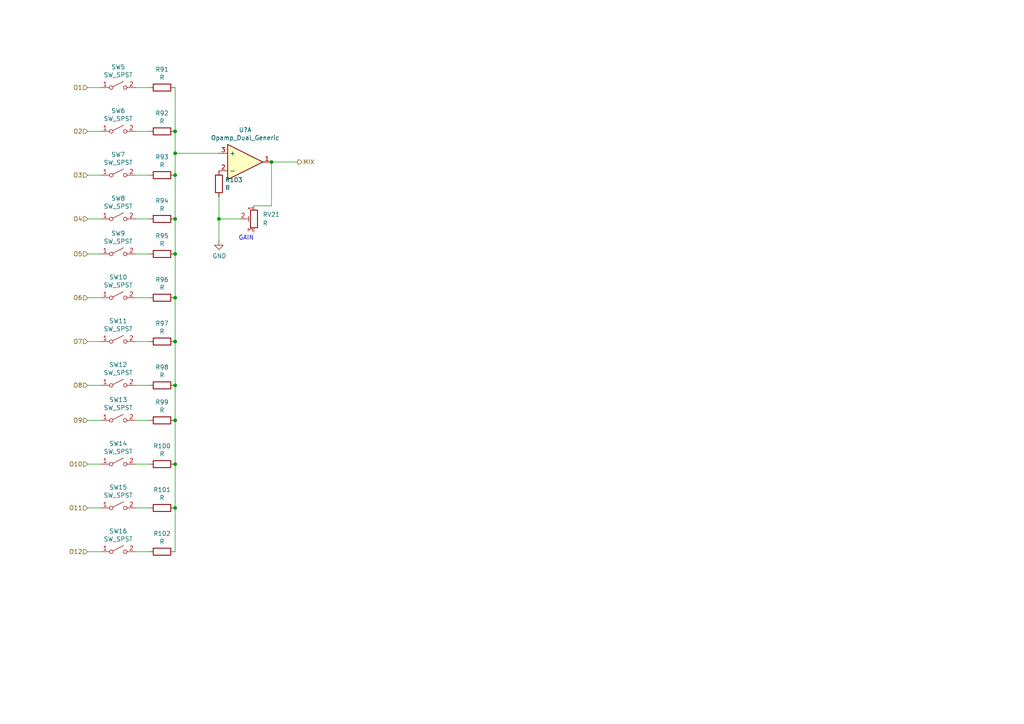
<source format=kicad_sch>
(kicad_sch (version 20230121) (generator eeschema)

  (uuid 60ae75b5-d35f-4277-9738-c7eca017e1e3)

  (paper "A4")

  (lib_symbols
    (symbol "Device:R" (pin_numbers hide) (pin_names (offset 0)) (in_bom yes) (on_board yes)
      (property "Reference" "R" (at 2.032 0 90)
        (effects (font (size 1.27 1.27)))
      )
      (property "Value" "R" (at 0 0 90)
        (effects (font (size 1.27 1.27)))
      )
      (property "Footprint" "" (at -1.778 0 90)
        (effects (font (size 1.27 1.27)) hide)
      )
      (property "Datasheet" "~" (at 0 0 0)
        (effects (font (size 1.27 1.27)) hide)
      )
      (property "ki_keywords" "R res resistor" (at 0 0 0)
        (effects (font (size 1.27 1.27)) hide)
      )
      (property "ki_description" "Resistor" (at 0 0 0)
        (effects (font (size 1.27 1.27)) hide)
      )
      (property "ki_fp_filters" "R_*" (at 0 0 0)
        (effects (font (size 1.27 1.27)) hide)
      )
      (symbol "R_0_1"
        (rectangle (start -1.016 -2.54) (end 1.016 2.54)
          (stroke (width 0.254) (type default))
          (fill (type none))
        )
      )
      (symbol "R_1_1"
        (pin passive line (at 0 3.81 270) (length 1.27)
          (name "~" (effects (font (size 1.27 1.27))))
          (number "1" (effects (font (size 1.27 1.27))))
        )
        (pin passive line (at 0 -3.81 90) (length 1.27)
          (name "~" (effects (font (size 1.27 1.27))))
          (number "2" (effects (font (size 1.27 1.27))))
        )
      )
    )
    (symbol "Device:R_Potentiometer_Trim" (pin_names (offset 1.016) hide) (in_bom yes) (on_board yes)
      (property "Reference" "RV" (at -4.445 0 90)
        (effects (font (size 1.27 1.27)))
      )
      (property "Value" "R_Potentiometer_Trim" (at -2.54 0 90)
        (effects (font (size 1.27 1.27)))
      )
      (property "Footprint" "" (at 0 0 0)
        (effects (font (size 1.27 1.27)) hide)
      )
      (property "Datasheet" "~" (at 0 0 0)
        (effects (font (size 1.27 1.27)) hide)
      )
      (property "ki_keywords" "resistor variable trimpot trimmer" (at 0 0 0)
        (effects (font (size 1.27 1.27)) hide)
      )
      (property "ki_description" "Trim-potentiometer" (at 0 0 0)
        (effects (font (size 1.27 1.27)) hide)
      )
      (property "ki_fp_filters" "Potentiometer*" (at 0 0 0)
        (effects (font (size 1.27 1.27)) hide)
      )
      (symbol "R_Potentiometer_Trim_0_1"
        (polyline
          (pts
            (xy 1.524 0.762)
            (xy 1.524 -0.762)
          )
          (stroke (width 0) (type default))
          (fill (type none))
        )
        (polyline
          (pts
            (xy 2.54 0)
            (xy 1.524 0)
          )
          (stroke (width 0) (type default))
          (fill (type none))
        )
        (rectangle (start 1.016 2.54) (end -1.016 -2.54)
          (stroke (width 0.254) (type default))
          (fill (type none))
        )
      )
      (symbol "R_Potentiometer_Trim_1_1"
        (pin passive line (at 0 3.81 270) (length 1.27)
          (name "1" (effects (font (size 1.27 1.27))))
          (number "1" (effects (font (size 1.27 1.27))))
        )
        (pin passive line (at 3.81 0 180) (length 1.27)
          (name "2" (effects (font (size 1.27 1.27))))
          (number "2" (effects (font (size 1.27 1.27))))
        )
        (pin passive line (at 0 -3.81 90) (length 1.27)
          (name "3" (effects (font (size 1.27 1.27))))
          (number "3" (effects (font (size 1.27 1.27))))
        )
      )
    )
    (symbol "Switch:SW_SPST" (pin_names (offset 0) hide) (in_bom yes) (on_board yes)
      (property "Reference" "SW" (at 0 3.175 0)
        (effects (font (size 1.27 1.27)))
      )
      (property "Value" "SW_SPST" (at 0 -2.54 0)
        (effects (font (size 1.27 1.27)))
      )
      (property "Footprint" "" (at 0 0 0)
        (effects (font (size 1.27 1.27)) hide)
      )
      (property "Datasheet" "~" (at 0 0 0)
        (effects (font (size 1.27 1.27)) hide)
      )
      (property "ki_keywords" "switch lever" (at 0 0 0)
        (effects (font (size 1.27 1.27)) hide)
      )
      (property "ki_description" "Single Pole Single Throw (SPST) switch" (at 0 0 0)
        (effects (font (size 1.27 1.27)) hide)
      )
      (symbol "SW_SPST_0_0"
        (circle (center -2.032 0) (radius 0.508)
          (stroke (width 0) (type default))
          (fill (type none))
        )
        (polyline
          (pts
            (xy -1.524 0.254)
            (xy 1.524 1.778)
          )
          (stroke (width 0) (type default))
          (fill (type none))
        )
        (circle (center 2.032 0) (radius 0.508)
          (stroke (width 0) (type default))
          (fill (type none))
        )
      )
      (symbol "SW_SPST_1_1"
        (pin passive line (at -5.08 0 0) (length 2.54)
          (name "A" (effects (font (size 1.27 1.27))))
          (number "1" (effects (font (size 1.27 1.27))))
        )
        (pin passive line (at 5.08 0 180) (length 2.54)
          (name "B" (effects (font (size 1.27 1.27))))
          (number "2" (effects (font (size 1.27 1.27))))
        )
      )
    )
    (symbol "power:GND" (power) (pin_names (offset 0)) (in_bom yes) (on_board yes)
      (property "Reference" "#PWR" (at 0 -6.35 0)
        (effects (font (size 1.27 1.27)) hide)
      )
      (property "Value" "GND" (at 0 -3.81 0)
        (effects (font (size 1.27 1.27)))
      )
      (property "Footprint" "" (at 0 0 0)
        (effects (font (size 1.27 1.27)) hide)
      )
      (property "Datasheet" "" (at 0 0 0)
        (effects (font (size 1.27 1.27)) hide)
      )
      (property "ki_keywords" "global power" (at 0 0 0)
        (effects (font (size 1.27 1.27)) hide)
      )
      (property "ki_description" "Power symbol creates a global label with name \"GND\" , ground" (at 0 0 0)
        (effects (font (size 1.27 1.27)) hide)
      )
      (symbol "GND_0_1"
        (polyline
          (pts
            (xy 0 0)
            (xy 0 -1.27)
            (xy 1.27 -1.27)
            (xy 0 -2.54)
            (xy -1.27 -1.27)
            (xy 0 -1.27)
          )
          (stroke (width 0) (type default))
          (fill (type none))
        )
      )
      (symbol "GND_1_1"
        (pin power_in line (at 0 0 270) (length 0) hide
          (name "GND" (effects (font (size 1.27 1.27))))
          (number "1" (effects (font (size 1.27 1.27))))
        )
      )
    )
    (symbol "szinti-rescue:Opamp_Dual_Generic-Device" (in_bom yes) (on_board yes)
      (property "Reference" "U" (at 0 5.08 0)
        (effects (font (size 1.27 1.27)) (justify left))
      )
      (property "Value" "Device_Opamp_Dual_Generic" (at 0 -5.08 0)
        (effects (font (size 1.27 1.27)) (justify left))
      )
      (property "Footprint" "" (at 0 0 0)
        (effects (font (size 1.27 1.27)) hide)
      )
      (property "Datasheet" "" (at 0 0 0)
        (effects (font (size 1.27 1.27)) hide)
      )
      (property "ki_locked" "" (at 0 0 0)
        (effects (font (size 1.27 1.27)))
      )
      (property "ki_fp_filters" "SOIC*3.9x4.9mm*P1.27mm* DIP*W7.62mm* MSOP*3x3mm*P0.65mm* SSOP*2.95x2.8mm*P0.65mm* TSSOP*3x3mm*P0.65mm* VSSOP*P0.5mm* TO?99*" (at 0 0 0)
        (effects (font (size 1.27 1.27)) hide)
      )
      (symbol "Opamp_Dual_Generic-Device_1_1"
        (polyline
          (pts
            (xy -5.08 5.08)
            (xy 5.08 0)
            (xy -5.08 -5.08)
            (xy -5.08 5.08)
          )
          (stroke (width 0.254) (type solid))
          (fill (type background))
        )
        (pin output line (at 7.62 0 180) (length 2.54)
          (name "~" (effects (font (size 1.27 1.27))))
          (number "1" (effects (font (size 1.27 1.27))))
        )
        (pin input line (at -7.62 -2.54 0) (length 2.54)
          (name "-" (effects (font (size 1.27 1.27))))
          (number "2" (effects (font (size 1.27 1.27))))
        )
        (pin input line (at -7.62 2.54 0) (length 2.54)
          (name "+" (effects (font (size 1.27 1.27))))
          (number "3" (effects (font (size 1.27 1.27))))
        )
      )
      (symbol "Opamp_Dual_Generic-Device_2_1"
        (polyline
          (pts
            (xy -5.08 5.08)
            (xy 5.08 0)
            (xy -5.08 -5.08)
            (xy -5.08 5.08)
          )
          (stroke (width 0.254) (type solid))
          (fill (type background))
        )
        (pin input line (at -7.62 2.54 0) (length 2.54)
          (name "+" (effects (font (size 1.27 1.27))))
          (number "5" (effects (font (size 1.27 1.27))))
        )
        (pin input line (at -7.62 -2.54 0) (length 2.54)
          (name "-" (effects (font (size 1.27 1.27))))
          (number "6" (effects (font (size 1.27 1.27))))
        )
        (pin output line (at 7.62 0 180) (length 2.54)
          (name "~" (effects (font (size 1.27 1.27))))
          (number "7" (effects (font (size 1.27 1.27))))
        )
      )
      (symbol "Opamp_Dual_Generic-Device_3_1"
        (pin power_in line (at -2.54 -7.62 90) (length 3.81)
          (name "V-" (effects (font (size 1.27 1.27))))
          (number "4" (effects (font (size 1.27 1.27))))
        )
        (pin power_in line (at -2.54 7.62 270) (length 3.81)
          (name "V+" (effects (font (size 1.27 1.27))))
          (number "8" (effects (font (size 1.27 1.27))))
        )
      )
    )
  )

  (junction (at 50.8 73.66) (diameter 0) (color 0 0 0 0)
    (uuid 36eeeade-755b-459a-acf4-b776d468f4b1)
  )
  (junction (at 50.8 63.5) (diameter 0) (color 0 0 0 0)
    (uuid 3e0b8490-a3f8-4f35-a10b-f185dd1560d4)
  )
  (junction (at 50.8 134.62) (diameter 0) (color 0 0 0 0)
    (uuid 6794c4fa-9d5d-4536-9dc7-b1a769cb2fa8)
  )
  (junction (at 50.8 111.76) (diameter 0) (color 0 0 0 0)
    (uuid 73ba9573-b0d2-45f2-a416-668ca829356a)
  )
  (junction (at 50.8 147.32) (diameter 0) (color 0 0 0 0)
    (uuid 83bf41a0-3b74-4bc3-9b16-e5fcabf56553)
  )
  (junction (at 50.8 50.8) (diameter 0) (color 0 0 0 0)
    (uuid 864808d7-aefa-449d-95cc-a6c26a413bb3)
  )
  (junction (at 50.8 121.92) (diameter 0) (color 0 0 0 0)
    (uuid 91e0a0de-cd98-4754-a728-d44732ceb43d)
  )
  (junction (at 50.8 44.45) (diameter 0) (color 0 0 0 0)
    (uuid 927fbeaf-89c5-4ad0-9e6d-0a793142ce10)
  )
  (junction (at 50.8 86.36) (diameter 0) (color 0 0 0 0)
    (uuid 9eecbf10-083c-40c1-9a1e-bb76040322b2)
  )
  (junction (at 78.74 46.99) (diameter 0) (color 0 0 0 0)
    (uuid bd8dd953-7f10-4c41-8fd9-05888dd7917c)
  )
  (junction (at 63.5 63.5) (diameter 0) (color 0 0 0 0)
    (uuid c7045cf4-c035-4b06-9335-9fe800d0a2fa)
  )
  (junction (at 50.8 38.1) (diameter 0) (color 0 0 0 0)
    (uuid ee825807-3080-4765-a766-372d09a9419d)
  )
  (junction (at 50.8 99.06) (diameter 0) (color 0 0 0 0)
    (uuid fb6e4289-b501-4099-b99c-e1f8ab271f30)
  )

  (wire (pts (xy 50.8 99.06) (xy 50.8 111.76))
    (stroke (width 0) (type default))
    (uuid 03759e7b-ff4c-482b-8ced-c09fedc356ce)
  )
  (wire (pts (xy 39.37 160.02) (xy 43.18 160.02))
    (stroke (width 0) (type default))
    (uuid 0ff4a44b-c2cd-4320-a079-db9f654126a1)
  )
  (wire (pts (xy 25.4 86.36) (xy 29.21 86.36))
    (stroke (width 0) (type default))
    (uuid 115f18da-cdeb-4175-8062-1ac8f3856331)
  )
  (wire (pts (xy 39.37 86.36) (xy 43.18 86.36))
    (stroke (width 0) (type default))
    (uuid 1bf95f01-8973-40fe-8140-4bca57e314e7)
  )
  (wire (pts (xy 78.74 59.69) (xy 78.74 46.99))
    (stroke (width 0) (type default))
    (uuid 1c5900b9-e012-42b6-9718-3d047386e3ad)
  )
  (wire (pts (xy 25.4 63.5) (xy 29.21 63.5))
    (stroke (width 0) (type default))
    (uuid 1e417517-9925-416e-9c8f-72057d14966e)
  )
  (wire (pts (xy 39.37 111.76) (xy 43.18 111.76))
    (stroke (width 0) (type default))
    (uuid 2397cc0e-de41-4a3e-8df7-01388b512c52)
  )
  (wire (pts (xy 25.4 134.62) (xy 29.21 134.62))
    (stroke (width 0) (type default))
    (uuid 276da8d5-8407-44da-95a6-f71a7a6a6e7f)
  )
  (wire (pts (xy 50.8 25.4) (xy 50.8 38.1))
    (stroke (width 0) (type default))
    (uuid 3044590f-f6d0-40dd-b1fd-f1b319592e2b)
  )
  (wire (pts (xy 43.18 50.8) (xy 39.37 50.8))
    (stroke (width 0) (type default))
    (uuid 33a66a8a-4be6-4e6f-9418-2e83ea4df7bd)
  )
  (wire (pts (xy 50.8 86.36) (xy 50.8 99.06))
    (stroke (width 0) (type default))
    (uuid 4235b9b6-0090-41c8-8976-6613e2de8d4b)
  )
  (wire (pts (xy 50.8 121.92) (xy 50.8 134.62))
    (stroke (width 0) (type default))
    (uuid 46ad767a-fe29-4086-9f80-04081d267345)
  )
  (wire (pts (xy 50.8 147.32) (xy 50.8 160.02))
    (stroke (width 0) (type default))
    (uuid 4a0b0718-0334-49c4-b163-269707f38f13)
  )
  (wire (pts (xy 78.74 46.99) (xy 86.36 46.99))
    (stroke (width 0) (type default))
    (uuid 4b6137e1-c34f-4d2c-87ef-b2d7cf552765)
  )
  (wire (pts (xy 50.8 73.66) (xy 50.8 86.36))
    (stroke (width 0) (type default))
    (uuid 4bd8b8ee-a013-4130-bbfe-a3af491c60f4)
  )
  (wire (pts (xy 63.5 63.5) (xy 69.85 63.5))
    (stroke (width 0) (type default))
    (uuid 624a703b-5fcb-41e4-b372-b396e302b9d0)
  )
  (wire (pts (xy 29.21 99.06) (xy 25.4 99.06))
    (stroke (width 0) (type default))
    (uuid 640451d1-add4-43e2-98f7-eff8877f70b9)
  )
  (wire (pts (xy 43.18 73.66) (xy 39.37 73.66))
    (stroke (width 0) (type default))
    (uuid 643f205a-2ac6-4371-b119-612d53e64c38)
  )
  (wire (pts (xy 25.4 111.76) (xy 29.21 111.76))
    (stroke (width 0) (type default))
    (uuid 67a71009-b504-4346-a45c-31d7ee3794d3)
  )
  (wire (pts (xy 63.5 63.5) (xy 63.5 69.85))
    (stroke (width 0) (type default))
    (uuid 79cd5593-edc3-49f7-8e92-4937632a6c23)
  )
  (wire (pts (xy 29.21 25.4) (xy 25.4 25.4))
    (stroke (width 0) (type default))
    (uuid 7a6f2e28-fa1f-44b7-8746-1a3c6bc14a66)
  )
  (wire (pts (xy 50.8 44.45) (xy 50.8 38.1))
    (stroke (width 0) (type default))
    (uuid 87c6f828-5be2-456f-972d-af3a78e30a89)
  )
  (wire (pts (xy 39.37 38.1) (xy 43.18 38.1))
    (stroke (width 0) (type default))
    (uuid 8eced9ef-468b-46c5-81f4-4ea02784d484)
  )
  (wire (pts (xy 25.4 38.1) (xy 29.21 38.1))
    (stroke (width 0) (type default))
    (uuid 8f03273e-2003-45a1-81d1-69dc7ef21564)
  )
  (wire (pts (xy 43.18 147.32) (xy 39.37 147.32))
    (stroke (width 0) (type default))
    (uuid 94e329e3-c33a-4163-8d7f-cc30ef3c1374)
  )
  (wire (pts (xy 39.37 63.5) (xy 43.18 63.5))
    (stroke (width 0) (type default))
    (uuid 99905539-340c-4c89-8ae6-87926c56eb03)
  )
  (wire (pts (xy 50.8 50.8) (xy 50.8 63.5))
    (stroke (width 0) (type default))
    (uuid 9b2c7d05-5d0b-4da8-93f1-bdd467815d8f)
  )
  (wire (pts (xy 43.18 25.4) (xy 39.37 25.4))
    (stroke (width 0) (type default))
    (uuid 9bee427d-fe84-497d-9fa1-dabffe03288b)
  )
  (wire (pts (xy 29.21 121.92) (xy 25.4 121.92))
    (stroke (width 0) (type default))
    (uuid a8df642f-4d0c-422d-993f-25d7a532b4ae)
  )
  (wire (pts (xy 25.4 160.02) (xy 29.21 160.02))
    (stroke (width 0) (type default))
    (uuid afe311a7-fb87-439d-82b6-c9afa84e3eb6)
  )
  (wire (pts (xy 43.18 99.06) (xy 39.37 99.06))
    (stroke (width 0) (type default))
    (uuid b9b58c01-d32c-4662-b8fc-863b3a3f9bdf)
  )
  (wire (pts (xy 63.5 57.15) (xy 63.5 63.5))
    (stroke (width 0) (type default))
    (uuid be1156e7-fc14-4b03-8ac0-7edc8a7ca59a)
  )
  (wire (pts (xy 43.18 121.92) (xy 39.37 121.92))
    (stroke (width 0) (type default))
    (uuid c96a66ca-2719-49e8-94af-afc2e7402ad2)
  )
  (wire (pts (xy 29.21 73.66) (xy 25.4 73.66))
    (stroke (width 0) (type default))
    (uuid c9f07362-b082-4b5b-af84-107c82792218)
  )
  (wire (pts (xy 39.37 134.62) (xy 43.18 134.62))
    (stroke (width 0) (type default))
    (uuid ce2488af-b3e8-46fd-b2c3-5c9ba78a4887)
  )
  (wire (pts (xy 50.8 111.76) (xy 50.8 121.92))
    (stroke (width 0) (type default))
    (uuid d24e2b5b-a3bd-4e76-90e8-dfdbbd5db17c)
  )
  (wire (pts (xy 29.21 147.32) (xy 25.4 147.32))
    (stroke (width 0) (type default))
    (uuid d4589862-d429-412d-af11-003c8ae16fff)
  )
  (wire (pts (xy 73.66 59.69) (xy 78.74 59.69))
    (stroke (width 0) (type default))
    (uuid d5586376-7d8c-4e65-a0a0-240e4ba8acd7)
  )
  (wire (pts (xy 29.21 50.8) (xy 25.4 50.8))
    (stroke (width 0) (type default))
    (uuid dde6d6f2-4b45-4a73-9c89-6b44f8c86821)
  )
  (wire (pts (xy 50.8 134.62) (xy 50.8 147.32))
    (stroke (width 0) (type default))
    (uuid e0e961c2-0976-4cfd-9be5-8dc431fd5d24)
  )
  (wire (pts (xy 50.8 50.8) (xy 50.8 44.45))
    (stroke (width 0) (type default))
    (uuid e3c58ca6-ad7d-48c0-a791-967e6f615fdf)
  )
  (wire (pts (xy 50.8 63.5) (xy 50.8 73.66))
    (stroke (width 0) (type default))
    (uuid e6a7fa91-615f-4d65-a44e-b66183702011)
  )
  (wire (pts (xy 50.8 44.45) (xy 63.5 44.45))
    (stroke (width 0) (type default))
    (uuid eafb595a-d7b9-43ca-9cb2-acfe8b386b69)
  )

  (text "GAIN\n" (at 73.66 69.85 0)
    (effects (font (size 1.27 1.27)) (justify right bottom))
    (uuid 08494ee3-57d1-4e7f-a062-fe0ada1edb5f)
  )

  (hierarchical_label "O4" (shape input) (at 25.4 63.5 180) (fields_autoplaced)
    (effects (font (size 1.27 1.27)) (justify right))
    (uuid 07b44988-ec56-4c1c-807a-e3ec0621821b)
  )
  (hierarchical_label "O12" (shape input) (at 25.4 160.02 180) (fields_autoplaced)
    (effects (font (size 1.27 1.27)) (justify right))
    (uuid 3158c3ad-10ee-4ec4-b300-cc8702a093c5)
  )
  (hierarchical_label "O9" (shape input) (at 25.4 121.92 180) (fields_autoplaced)
    (effects (font (size 1.27 1.27)) (justify right))
    (uuid 4bdd7f2f-4e42-4c3d-bb1e-f645594bb4e5)
  )
  (hierarchical_label "O10" (shape input) (at 25.4 134.62 180) (fields_autoplaced)
    (effects (font (size 1.27 1.27)) (justify right))
    (uuid 4d79f813-07d0-4de8-b178-44b3fd23acda)
  )
  (hierarchical_label "O5" (shape input) (at 25.4 73.66 180) (fields_autoplaced)
    (effects (font (size 1.27 1.27)) (justify right))
    (uuid 6d558590-3cc2-45e4-ba23-507e4f89620d)
  )
  (hierarchical_label "O8" (shape input) (at 25.4 111.76 180) (fields_autoplaced)
    (effects (font (size 1.27 1.27)) (justify right))
    (uuid 739bf822-889e-425d-b657-7f589aa74857)
  )
  (hierarchical_label "MIX" (shape output) (at 86.36 46.99 0) (fields_autoplaced)
    (effects (font (size 1.27 1.27)) (justify left))
    (uuid 854dbcaa-742b-425f-8b8b-a16962fc76aa)
  )
  (hierarchical_label "O2" (shape input) (at 25.4 38.1 180) (fields_autoplaced)
    (effects (font (size 1.27 1.27)) (justify right))
    (uuid 86e8a6d8-0590-4a72-ab77-c871d5b56ea3)
  )
  (hierarchical_label "O1" (shape input) (at 25.4 25.4 180) (fields_autoplaced)
    (effects (font (size 1.27 1.27)) (justify right))
    (uuid 9201b17a-e588-4547-af2d-264b72086495)
  )
  (hierarchical_label "O7" (shape input) (at 25.4 99.06 180) (fields_autoplaced)
    (effects (font (size 1.27 1.27)) (justify right))
    (uuid a7525d78-4af2-4009-ab0b-a8f4fcd294b0)
  )
  (hierarchical_label "O3" (shape input) (at 25.4 50.8 180) (fields_autoplaced)
    (effects (font (size 1.27 1.27)) (justify right))
    (uuid b46cf02c-e2ff-4f1c-b5f8-8b75875d945f)
  )
  (hierarchical_label "O6" (shape input) (at 25.4 86.36 180) (fields_autoplaced)
    (effects (font (size 1.27 1.27)) (justify right))
    (uuid d39e5fb4-db1c-43ec-ae48-055ca6f7d400)
  )
  (hierarchical_label "O11" (shape input) (at 25.4 147.32 180) (fields_autoplaced)
    (effects (font (size 1.27 1.27)) (justify right))
    (uuid f28ac490-9837-430c-8459-41bc98e5d9ac)
  )

  (symbol (lib_id "Switch:SW_SPST") (at 34.29 25.4 0) (unit 1)
    (in_bom yes) (on_board yes) (dnp no)
    (uuid 00000000-0000-0000-0000-000064c1b986)
    (property "Reference" "SW5" (at 34.29 19.431 0)
      (effects (font (size 1.27 1.27)))
    )
    (property "Value" "SW_SPST" (at 34.29 21.7424 0)
      (effects (font (size 1.27 1.27)))
    )
    (property "Footprint" "" (at 34.29 25.4 0)
      (effects (font (size 1.27 1.27)) hide)
    )
    (property "Datasheet" "~" (at 34.29 25.4 0)
      (effects (font (size 1.27 1.27)) hide)
    )
    (pin "1" (uuid d9d6183f-0be3-405c-a17c-d7ade94eeb45))
    (pin "2" (uuid c7e2f51a-a06c-4347-a0cb-8f76ba763158))
    (instances
      (project "szinti"
        (path "/c9b1620a-569f-4770-8753-fedfc7271ef5/00000000-0000-0000-0000-000064c1af54"
          (reference "SW5") (unit 1)
        )
      )
    )
  )

  (symbol (lib_id "Switch:SW_SPST") (at 34.29 38.1 0) (unit 1)
    (in_bom yes) (on_board yes) (dnp no)
    (uuid 00000000-0000-0000-0000-000064c1c6f5)
    (property "Reference" "SW6" (at 34.29 32.131 0)
      (effects (font (size 1.27 1.27)))
    )
    (property "Value" "SW_SPST" (at 34.29 34.4424 0)
      (effects (font (size 1.27 1.27)))
    )
    (property "Footprint" "" (at 34.29 38.1 0)
      (effects (font (size 1.27 1.27)) hide)
    )
    (property "Datasheet" "~" (at 34.29 38.1 0)
      (effects (font (size 1.27 1.27)) hide)
    )
    (pin "1" (uuid 650c4daf-672c-498f-8838-d0277096fa49))
    (pin "2" (uuid 390de0d4-8a95-4fe7-b807-441739a685e9))
    (instances
      (project "szinti"
        (path "/c9b1620a-569f-4770-8753-fedfc7271ef5/00000000-0000-0000-0000-000064c1af54"
          (reference "SW6") (unit 1)
        )
      )
    )
  )

  (symbol (lib_id "Switch:SW_SPST") (at 34.29 50.8 0) (unit 1)
    (in_bom yes) (on_board yes) (dnp no)
    (uuid 00000000-0000-0000-0000-000064c1cbd9)
    (property "Reference" "SW7" (at 34.29 44.831 0)
      (effects (font (size 1.27 1.27)))
    )
    (property "Value" "SW_SPST" (at 34.29 47.1424 0)
      (effects (font (size 1.27 1.27)))
    )
    (property "Footprint" "" (at 34.29 50.8 0)
      (effects (font (size 1.27 1.27)) hide)
    )
    (property "Datasheet" "~" (at 34.29 50.8 0)
      (effects (font (size 1.27 1.27)) hide)
    )
    (pin "1" (uuid 7d79c1b9-d189-414c-b525-2d3665c15e1d))
    (pin "2" (uuid d0029b04-6a06-41e1-be16-c33176507230))
    (instances
      (project "szinti"
        (path "/c9b1620a-569f-4770-8753-fedfc7271ef5/00000000-0000-0000-0000-000064c1af54"
          (reference "SW7") (unit 1)
        )
      )
    )
  )

  (symbol (lib_id "Switch:SW_SPST") (at 34.29 63.5 0) (unit 1)
    (in_bom yes) (on_board yes) (dnp no)
    (uuid 00000000-0000-0000-0000-000064c1d149)
    (property "Reference" "SW8" (at 34.29 57.531 0)
      (effects (font (size 1.27 1.27)))
    )
    (property "Value" "SW_SPST" (at 34.29 59.8424 0)
      (effects (font (size 1.27 1.27)))
    )
    (property "Footprint" "" (at 34.29 63.5 0)
      (effects (font (size 1.27 1.27)) hide)
    )
    (property "Datasheet" "~" (at 34.29 63.5 0)
      (effects (font (size 1.27 1.27)) hide)
    )
    (pin "1" (uuid 1a275474-99a0-48e9-a105-c73188ea451a))
    (pin "2" (uuid 7f9a9a0e-cc2b-49d5-9a47-f9bf3b358c9d))
    (instances
      (project "szinti"
        (path "/c9b1620a-569f-4770-8753-fedfc7271ef5/00000000-0000-0000-0000-000064c1af54"
          (reference "SW8") (unit 1)
        )
      )
    )
  )

  (symbol (lib_id "Device:R") (at 46.99 25.4 270) (unit 1)
    (in_bom yes) (on_board yes) (dnp no)
    (uuid 00000000-0000-0000-0000-000064c1dc20)
    (property "Reference" "R91" (at 46.99 20.1422 90)
      (effects (font (size 1.27 1.27)))
    )
    (property "Value" "R" (at 46.99 22.4536 90)
      (effects (font (size 1.27 1.27)))
    )
    (property "Footprint" "" (at 46.99 23.622 90)
      (effects (font (size 1.27 1.27)) hide)
    )
    (property "Datasheet" "~" (at 46.99 25.4 0)
      (effects (font (size 1.27 1.27)) hide)
    )
    (pin "1" (uuid 6ba74832-e81d-479c-939c-35d125d579e1))
    (pin "2" (uuid 3e4f005b-0465-4f74-96e4-14729d6b7824))
    (instances
      (project "szinti"
        (path "/c9b1620a-569f-4770-8753-fedfc7271ef5/00000000-0000-0000-0000-000064c1af54"
          (reference "R91") (unit 1)
        )
      )
    )
  )

  (symbol (lib_id "Device:R") (at 46.99 38.1 270) (unit 1)
    (in_bom yes) (on_board yes) (dnp no)
    (uuid 00000000-0000-0000-0000-000064c1e447)
    (property "Reference" "R92" (at 46.99 32.8422 90)
      (effects (font (size 1.27 1.27)))
    )
    (property "Value" "R" (at 46.99 35.1536 90)
      (effects (font (size 1.27 1.27)))
    )
    (property "Footprint" "" (at 46.99 36.322 90)
      (effects (font (size 1.27 1.27)) hide)
    )
    (property "Datasheet" "~" (at 46.99 38.1 0)
      (effects (font (size 1.27 1.27)) hide)
    )
    (pin "1" (uuid 747a6be2-c0ac-40d8-a154-172a7550a710))
    (pin "2" (uuid d18e7db1-024c-4580-8a21-cc7da9a99a8a))
    (instances
      (project "szinti"
        (path "/c9b1620a-569f-4770-8753-fedfc7271ef5/00000000-0000-0000-0000-000064c1af54"
          (reference "R92") (unit 1)
        )
      )
    )
  )

  (symbol (lib_id "Device:R") (at 46.99 50.8 270) (unit 1)
    (in_bom yes) (on_board yes) (dnp no)
    (uuid 00000000-0000-0000-0000-000064c1e8b0)
    (property "Reference" "R93" (at 46.99 45.5422 90)
      (effects (font (size 1.27 1.27)))
    )
    (property "Value" "R" (at 46.99 47.8536 90)
      (effects (font (size 1.27 1.27)))
    )
    (property "Footprint" "" (at 46.99 49.022 90)
      (effects (font (size 1.27 1.27)) hide)
    )
    (property "Datasheet" "~" (at 46.99 50.8 0)
      (effects (font (size 1.27 1.27)) hide)
    )
    (pin "1" (uuid 13f2b3bb-0fbe-415a-8a6d-7f3e73032e5d))
    (pin "2" (uuid 3191a74f-b3d3-405f-9baf-d4d36a1bad86))
    (instances
      (project "szinti"
        (path "/c9b1620a-569f-4770-8753-fedfc7271ef5/00000000-0000-0000-0000-000064c1af54"
          (reference "R93") (unit 1)
        )
      )
    )
  )

  (symbol (lib_id "Device:R") (at 46.99 63.5 270) (unit 1)
    (in_bom yes) (on_board yes) (dnp no)
    (uuid 00000000-0000-0000-0000-000064c1ede4)
    (property "Reference" "R94" (at 46.99 58.2422 90)
      (effects (font (size 1.27 1.27)))
    )
    (property "Value" "R" (at 46.99 60.5536 90)
      (effects (font (size 1.27 1.27)))
    )
    (property "Footprint" "" (at 46.99 61.722 90)
      (effects (font (size 1.27 1.27)) hide)
    )
    (property "Datasheet" "~" (at 46.99 63.5 0)
      (effects (font (size 1.27 1.27)) hide)
    )
    (pin "1" (uuid 62618062-6df6-4560-8945-612a7ae77a98))
    (pin "2" (uuid 5c49ab10-8ffa-493e-97cb-50666c0b81ba))
    (instances
      (project "szinti"
        (path "/c9b1620a-569f-4770-8753-fedfc7271ef5/00000000-0000-0000-0000-000064c1af54"
          (reference "R94") (unit 1)
        )
      )
    )
  )

  (symbol (lib_id "szinti-rescue:Opamp_Dual_Generic-Device") (at 71.12 46.99 0) (unit 1)
    (in_bom yes) (on_board yes) (dnp no)
    (uuid 00000000-0000-0000-0000-000064c20d25)
    (property "Reference" "U?" (at 71.12 37.6682 0)
      (effects (font (size 1.27 1.27)))
    )
    (property "Value" "Opamp_Dual_Generic" (at 71.12 39.9796 0)
      (effects (font (size 1.27 1.27)))
    )
    (property "Footprint" "" (at 71.12 46.99 0)
      (effects (font (size 1.27 1.27)) hide)
    )
    (property "Datasheet" "~" (at 71.12 46.99 0)
      (effects (font (size 1.27 1.27)) hide)
    )
    (pin "1" (uuid f4798ae9-0b77-437d-8b63-b6e76ace1a63))
    (pin "2" (uuid 246ce425-29b9-4948-91a5-73ae3fe97b3b))
    (pin "3" (uuid 77b52859-7554-4806-a7a6-7f9541c972ba))
    (pin "5" (uuid 59824d2a-0e6d-49d4-8e71-65aec4562d4d))
    (pin "6" (uuid 8fe7efcb-4e27-47ac-b66f-2254b0b0a839))
    (pin "7" (uuid 471b7f53-bc7f-48fb-bdc7-5cfa9b728573))
    (pin "4" (uuid ca53e483-c7bc-4056-842f-a3f53d7161e1))
    (pin "8" (uuid 61028db2-cd3b-46c8-bd71-95fceb9eb54c))
    (instances
      (project "szinti"
        (path "/c9b1620a-569f-4770-8753-fedfc7271ef5"
          (reference "U?") (unit 1)
        )
        (path "/c9b1620a-569f-4770-8753-fedfc7271ef5/00000000-0000-0000-0000-000064c1af54"
          (reference "U49") (unit 1)
        )
      )
    )
  )

  (symbol (lib_id "Device:R") (at 63.5 53.34 180) (unit 1)
    (in_bom yes) (on_board yes) (dnp no)
    (uuid 00000000-0000-0000-0000-000064c2265e)
    (property "Reference" "R103" (at 65.278 52.1716 0)
      (effects (font (size 1.27 1.27)) (justify right))
    )
    (property "Value" "R" (at 65.278 54.483 0)
      (effects (font (size 1.27 1.27)) (justify right))
    )
    (property "Footprint" "" (at 65.278 53.34 90)
      (effects (font (size 1.27 1.27)) hide)
    )
    (property "Datasheet" "~" (at 63.5 53.34 0)
      (effects (font (size 1.27 1.27)) hide)
    )
    (pin "1" (uuid 0baf64b2-fef1-4ec9-8502-ed3fbc553e9a))
    (pin "2" (uuid 7e24e99a-76f4-452a-816d-8706ba192406))
    (instances
      (project "szinti"
        (path "/c9b1620a-569f-4770-8753-fedfc7271ef5/00000000-0000-0000-0000-000064c1af54"
          (reference "R103") (unit 1)
        )
      )
    )
  )

  (symbol (lib_id "power:GND") (at 63.5 69.85 0) (unit 1)
    (in_bom yes) (on_board yes) (dnp no)
    (uuid 00000000-0000-0000-0000-000064c24a36)
    (property "Reference" "#PWR054" (at 63.5 76.2 0)
      (effects (font (size 1.27 1.27)) hide)
    )
    (property "Value" "GND" (at 63.627 74.2442 0)
      (effects (font (size 1.27 1.27)))
    )
    (property "Footprint" "" (at 63.5 69.85 0)
      (effects (font (size 1.27 1.27)) hide)
    )
    (property "Datasheet" "" (at 63.5 69.85 0)
      (effects (font (size 1.27 1.27)) hide)
    )
    (pin "1" (uuid 18730a40-608e-4f07-8d3f-50e4e52123eb))
    (instances
      (project "szinti"
        (path "/c9b1620a-569f-4770-8753-fedfc7271ef5/00000000-0000-0000-0000-000064c1af54"
          (reference "#PWR054") (unit 1)
        )
      )
    )
  )

  (symbol (lib_id "Device:R") (at 46.99 121.92 270) (unit 1)
    (in_bom yes) (on_board yes) (dnp no)
    (uuid 00a90ec6-34ea-49de-a637-0b24132feb3e)
    (property "Reference" "R99" (at 46.99 116.6622 90)
      (effects (font (size 1.27 1.27)))
    )
    (property "Value" "R" (at 46.99 118.9736 90)
      (effects (font (size 1.27 1.27)))
    )
    (property "Footprint" "" (at 46.99 120.142 90)
      (effects (font (size 1.27 1.27)) hide)
    )
    (property "Datasheet" "~" (at 46.99 121.92 0)
      (effects (font (size 1.27 1.27)) hide)
    )
    (pin "1" (uuid 0ce2767a-b2e9-4327-913d-d6a303c6f1ab))
    (pin "2" (uuid ffcf47b8-e675-4f97-9dc0-05e2a370a525))
    (instances
      (project "szinti"
        (path "/c9b1620a-569f-4770-8753-fedfc7271ef5/00000000-0000-0000-0000-000064c1af54"
          (reference "R99") (unit 1)
        )
      )
    )
  )

  (symbol (lib_id "Device:R") (at 46.99 73.66 270) (unit 1)
    (in_bom yes) (on_board yes) (dnp no)
    (uuid 3893f1aa-b6cc-47d1-b4fe-f483b742fa6c)
    (property "Reference" "R95" (at 46.99 68.4022 90)
      (effects (font (size 1.27 1.27)))
    )
    (property "Value" "R" (at 46.99 70.7136 90)
      (effects (font (size 1.27 1.27)))
    )
    (property "Footprint" "" (at 46.99 71.882 90)
      (effects (font (size 1.27 1.27)) hide)
    )
    (property "Datasheet" "~" (at 46.99 73.66 0)
      (effects (font (size 1.27 1.27)) hide)
    )
    (pin "1" (uuid 8fa4eb15-32d5-4324-bf36-029adb08c746))
    (pin "2" (uuid 92333149-b4ec-442d-b9bf-74afb6678979))
    (instances
      (project "szinti"
        (path "/c9b1620a-569f-4770-8753-fedfc7271ef5/00000000-0000-0000-0000-000064c1af54"
          (reference "R95") (unit 1)
        )
      )
    )
  )

  (symbol (lib_id "Switch:SW_SPST") (at 34.29 111.76 0) (unit 1)
    (in_bom yes) (on_board yes) (dnp no)
    (uuid 69af886f-8651-4aa7-ba4a-af6ce9e6f8db)
    (property "Reference" "SW12" (at 34.29 105.791 0)
      (effects (font (size 1.27 1.27)))
    )
    (property "Value" "SW_SPST" (at 34.29 108.1024 0)
      (effects (font (size 1.27 1.27)))
    )
    (property "Footprint" "" (at 34.29 111.76 0)
      (effects (font (size 1.27 1.27)) hide)
    )
    (property "Datasheet" "~" (at 34.29 111.76 0)
      (effects (font (size 1.27 1.27)) hide)
    )
    (pin "1" (uuid 1cbee8a0-54e6-4e21-820c-0c155674297a))
    (pin "2" (uuid 53e503cc-ff19-4183-9612-49ba4467a35d))
    (instances
      (project "szinti"
        (path "/c9b1620a-569f-4770-8753-fedfc7271ef5/00000000-0000-0000-0000-000064c1af54"
          (reference "SW12") (unit 1)
        )
      )
    )
  )

  (symbol (lib_id "Device:R_Potentiometer_Trim") (at 73.66 63.5 0) (mirror y) (unit 1)
    (in_bom yes) (on_board yes) (dnp no) (fields_autoplaced)
    (uuid 854b262e-0b60-4706-8ad0-f7d934e77430)
    (property "Reference" "RV21" (at 76.2 62.23 0)
      (effects (font (size 1.27 1.27)) (justify right))
    )
    (property "Value" "R" (at 76.2 64.77 0)
      (effects (font (size 1.27 1.27)) (justify right))
    )
    (property "Footprint" "" (at 73.66 63.5 0)
      (effects (font (size 1.27 1.27)) hide)
    )
    (property "Datasheet" "~" (at 73.66 63.5 0)
      (effects (font (size 1.27 1.27)) hide)
    )
    (pin "1" (uuid 497f90f7-5700-4b57-b3a6-87ec9db87918))
    (pin "2" (uuid 22011da9-168b-404f-9de6-a11c73c08abd))
    (pin "3" (uuid 8a3aac5e-3ce7-4655-b0d8-5b6b1d71ad29))
    (instances
      (project "szinti"
        (path "/c9b1620a-569f-4770-8753-fedfc7271ef5/00000000-0000-0000-0000-000064c1af54"
          (reference "RV21") (unit 1)
        )
      )
    )
  )

  (symbol (lib_id "Switch:SW_SPST") (at 34.29 160.02 0) (unit 1)
    (in_bom yes) (on_board yes) (dnp no)
    (uuid 9c112043-c9ed-40bc-a21f-2852b923ff45)
    (property "Reference" "SW16" (at 34.29 154.051 0)
      (effects (font (size 1.27 1.27)))
    )
    (property "Value" "SW_SPST" (at 34.29 156.3624 0)
      (effects (font (size 1.27 1.27)))
    )
    (property "Footprint" "" (at 34.29 160.02 0)
      (effects (font (size 1.27 1.27)) hide)
    )
    (property "Datasheet" "~" (at 34.29 160.02 0)
      (effects (font (size 1.27 1.27)) hide)
    )
    (pin "1" (uuid e0f996ff-94d0-4d03-a26d-d6739f4e6f22))
    (pin "2" (uuid 16a48823-b1ef-4814-bc81-462b07e0087b))
    (instances
      (project "szinti"
        (path "/c9b1620a-569f-4770-8753-fedfc7271ef5/00000000-0000-0000-0000-000064c1af54"
          (reference "SW16") (unit 1)
        )
      )
    )
  )

  (symbol (lib_id "Device:R") (at 46.99 111.76 270) (unit 1)
    (in_bom yes) (on_board yes) (dnp no)
    (uuid 9c60d23b-8d93-4506-b5e9-58f2abdff4fe)
    (property "Reference" "R98" (at 46.99 106.5022 90)
      (effects (font (size 1.27 1.27)))
    )
    (property "Value" "R" (at 46.99 108.8136 90)
      (effects (font (size 1.27 1.27)))
    )
    (property "Footprint" "" (at 46.99 109.982 90)
      (effects (font (size 1.27 1.27)) hide)
    )
    (property "Datasheet" "~" (at 46.99 111.76 0)
      (effects (font (size 1.27 1.27)) hide)
    )
    (pin "1" (uuid 5d981e3e-354b-4ce1-9109-e86eabfa29a3))
    (pin "2" (uuid 0b66f6cf-260c-427b-8c0d-51470dc5f774))
    (instances
      (project "szinti"
        (path "/c9b1620a-569f-4770-8753-fedfc7271ef5/00000000-0000-0000-0000-000064c1af54"
          (reference "R98") (unit 1)
        )
      )
    )
  )

  (symbol (lib_id "Device:R") (at 46.99 134.62 270) (unit 1)
    (in_bom yes) (on_board yes) (dnp no)
    (uuid a08b1fb2-e7d6-40fd-a1a8-befd7cc8dd25)
    (property "Reference" "R100" (at 46.99 129.3622 90)
      (effects (font (size 1.27 1.27)))
    )
    (property "Value" "R" (at 46.99 131.6736 90)
      (effects (font (size 1.27 1.27)))
    )
    (property "Footprint" "" (at 46.99 132.842 90)
      (effects (font (size 1.27 1.27)) hide)
    )
    (property "Datasheet" "~" (at 46.99 134.62 0)
      (effects (font (size 1.27 1.27)) hide)
    )
    (pin "1" (uuid d73a10c8-eb07-45dd-80d9-cca2df691332))
    (pin "2" (uuid 426cf86e-67c0-4ccf-89a6-91d74024a1e3))
    (instances
      (project "szinti"
        (path "/c9b1620a-569f-4770-8753-fedfc7271ef5/00000000-0000-0000-0000-000064c1af54"
          (reference "R100") (unit 1)
        )
      )
    )
  )

  (symbol (lib_id "Device:R") (at 46.99 160.02 270) (unit 1)
    (in_bom yes) (on_board yes) (dnp no)
    (uuid aaef7aca-f381-4216-8f38-5a4fe8ce137e)
    (property "Reference" "R102" (at 46.99 154.7622 90)
      (effects (font (size 1.27 1.27)))
    )
    (property "Value" "R" (at 46.99 157.0736 90)
      (effects (font (size 1.27 1.27)))
    )
    (property "Footprint" "" (at 46.99 158.242 90)
      (effects (font (size 1.27 1.27)) hide)
    )
    (property "Datasheet" "~" (at 46.99 160.02 0)
      (effects (font (size 1.27 1.27)) hide)
    )
    (pin "1" (uuid d1871c53-ca71-49b1-9949-34f2d792ef52))
    (pin "2" (uuid d8c37be1-4a18-4f79-95da-c50ff891a5bc))
    (instances
      (project "szinti"
        (path "/c9b1620a-569f-4770-8753-fedfc7271ef5/00000000-0000-0000-0000-000064c1af54"
          (reference "R102") (unit 1)
        )
      )
    )
  )

  (symbol (lib_id "Switch:SW_SPST") (at 34.29 73.66 0) (unit 1)
    (in_bom yes) (on_board yes) (dnp no)
    (uuid ae3c81e0-cf68-42ab-ae88-ca2b3ea9fa29)
    (property "Reference" "SW9" (at 34.29 67.691 0)
      (effects (font (size 1.27 1.27)))
    )
    (property "Value" "SW_SPST" (at 34.29 70.0024 0)
      (effects (font (size 1.27 1.27)))
    )
    (property "Footprint" "" (at 34.29 73.66 0)
      (effects (font (size 1.27 1.27)) hide)
    )
    (property "Datasheet" "~" (at 34.29 73.66 0)
      (effects (font (size 1.27 1.27)) hide)
    )
    (pin "1" (uuid bdf16ab2-c082-421a-9046-d467f92ae380))
    (pin "2" (uuid a49b2ee6-eb7c-4bc2-a03c-10731e0b6690))
    (instances
      (project "szinti"
        (path "/c9b1620a-569f-4770-8753-fedfc7271ef5/00000000-0000-0000-0000-000064c1af54"
          (reference "SW9") (unit 1)
        )
      )
    )
  )

  (symbol (lib_id "Switch:SW_SPST") (at 34.29 86.36 0) (unit 1)
    (in_bom yes) (on_board yes) (dnp no)
    (uuid b1620313-0ba9-451f-8e77-a4f03dc42fac)
    (property "Reference" "SW10" (at 34.29 80.391 0)
      (effects (font (size 1.27 1.27)))
    )
    (property "Value" "SW_SPST" (at 34.29 82.7024 0)
      (effects (font (size 1.27 1.27)))
    )
    (property "Footprint" "" (at 34.29 86.36 0)
      (effects (font (size 1.27 1.27)) hide)
    )
    (property "Datasheet" "~" (at 34.29 86.36 0)
      (effects (font (size 1.27 1.27)) hide)
    )
    (pin "1" (uuid 5b7bab8c-a2ed-431d-925f-572a9b0c8828))
    (pin "2" (uuid 7ecb998c-5ee3-4abd-9489-6a7d80e94edf))
    (instances
      (project "szinti"
        (path "/c9b1620a-569f-4770-8753-fedfc7271ef5/00000000-0000-0000-0000-000064c1af54"
          (reference "SW10") (unit 1)
        )
      )
    )
  )

  (symbol (lib_id "Device:R") (at 46.99 99.06 270) (unit 1)
    (in_bom yes) (on_board yes) (dnp no)
    (uuid b58255c9-bde3-4cfd-a601-08c20ac4ea2e)
    (property "Reference" "R97" (at 46.99 93.8022 90)
      (effects (font (size 1.27 1.27)))
    )
    (property "Value" "R" (at 46.99 96.1136 90)
      (effects (font (size 1.27 1.27)))
    )
    (property "Footprint" "" (at 46.99 97.282 90)
      (effects (font (size 1.27 1.27)) hide)
    )
    (property "Datasheet" "~" (at 46.99 99.06 0)
      (effects (font (size 1.27 1.27)) hide)
    )
    (pin "1" (uuid 95639d45-abe4-4f22-872a-c660553b9781))
    (pin "2" (uuid 912cab76-0049-4565-910a-72fb3a0a7267))
    (instances
      (project "szinti"
        (path "/c9b1620a-569f-4770-8753-fedfc7271ef5/00000000-0000-0000-0000-000064c1af54"
          (reference "R97") (unit 1)
        )
      )
    )
  )

  (symbol (lib_id "Device:R") (at 46.99 86.36 270) (unit 1)
    (in_bom yes) (on_board yes) (dnp no)
    (uuid c05906a6-1634-4bf8-b2c5-74d0051f501d)
    (property "Reference" "R96" (at 46.99 81.1022 90)
      (effects (font (size 1.27 1.27)))
    )
    (property "Value" "R" (at 46.99 83.4136 90)
      (effects (font (size 1.27 1.27)))
    )
    (property "Footprint" "" (at 46.99 84.582 90)
      (effects (font (size 1.27 1.27)) hide)
    )
    (property "Datasheet" "~" (at 46.99 86.36 0)
      (effects (font (size 1.27 1.27)) hide)
    )
    (pin "1" (uuid 4689a4e2-c798-4b1f-86ad-acc5f865d27b))
    (pin "2" (uuid 9b3f3160-5ac5-4171-9615-eec4d5d9920f))
    (instances
      (project "szinti"
        (path "/c9b1620a-569f-4770-8753-fedfc7271ef5/00000000-0000-0000-0000-000064c1af54"
          (reference "R96") (unit 1)
        )
      )
    )
  )

  (symbol (lib_id "Switch:SW_SPST") (at 34.29 99.06 0) (unit 1)
    (in_bom yes) (on_board yes) (dnp no)
    (uuid c17768ec-fa23-4bac-a86d-0d060d40a341)
    (property "Reference" "SW11" (at 34.29 93.091 0)
      (effects (font (size 1.27 1.27)))
    )
    (property "Value" "SW_SPST" (at 34.29 95.4024 0)
      (effects (font (size 1.27 1.27)))
    )
    (property "Footprint" "" (at 34.29 99.06 0)
      (effects (font (size 1.27 1.27)) hide)
    )
    (property "Datasheet" "~" (at 34.29 99.06 0)
      (effects (font (size 1.27 1.27)) hide)
    )
    (pin "1" (uuid a34e736b-97c0-4512-b16f-ae02535f3a47))
    (pin "2" (uuid 5ea117db-6d8c-41c3-bd4a-4694eeee4d8e))
    (instances
      (project "szinti"
        (path "/c9b1620a-569f-4770-8753-fedfc7271ef5/00000000-0000-0000-0000-000064c1af54"
          (reference "SW11") (unit 1)
        )
      )
    )
  )

  (symbol (lib_id "Switch:SW_SPST") (at 34.29 147.32 0) (unit 1)
    (in_bom yes) (on_board yes) (dnp no)
    (uuid c42c506b-8a55-47e1-8732-c6c015dbfb1a)
    (property "Reference" "SW15" (at 34.29 141.351 0)
      (effects (font (size 1.27 1.27)))
    )
    (property "Value" "SW_SPST" (at 34.29 143.6624 0)
      (effects (font (size 1.27 1.27)))
    )
    (property "Footprint" "" (at 34.29 147.32 0)
      (effects (font (size 1.27 1.27)) hide)
    )
    (property "Datasheet" "~" (at 34.29 147.32 0)
      (effects (font (size 1.27 1.27)) hide)
    )
    (pin "1" (uuid fd38d64b-8e53-4b13-89bb-f2f4f5523048))
    (pin "2" (uuid 26eb5601-5727-4de0-8210-6b17afc79399))
    (instances
      (project "szinti"
        (path "/c9b1620a-569f-4770-8753-fedfc7271ef5/00000000-0000-0000-0000-000064c1af54"
          (reference "SW15") (unit 1)
        )
      )
    )
  )

  (symbol (lib_id "Switch:SW_SPST") (at 34.29 134.62 0) (unit 1)
    (in_bom yes) (on_board yes) (dnp no)
    (uuid deaf14d7-d1f6-4e18-a21e-511c42028a8a)
    (property "Reference" "SW14" (at 34.29 128.651 0)
      (effects (font (size 1.27 1.27)))
    )
    (property "Value" "SW_SPST" (at 34.29 130.9624 0)
      (effects (font (size 1.27 1.27)))
    )
    (property "Footprint" "" (at 34.29 134.62 0)
      (effects (font (size 1.27 1.27)) hide)
    )
    (property "Datasheet" "~" (at 34.29 134.62 0)
      (effects (font (size 1.27 1.27)) hide)
    )
    (pin "1" (uuid cf106b40-ae7e-466d-88d0-357f33c1765e))
    (pin "2" (uuid 3e264b64-5ac0-4ecb-bb27-b47b3ef928d6))
    (instances
      (project "szinti"
        (path "/c9b1620a-569f-4770-8753-fedfc7271ef5/00000000-0000-0000-0000-000064c1af54"
          (reference "SW14") (unit 1)
        )
      )
    )
  )

  (symbol (lib_id "Switch:SW_SPST") (at 34.29 121.92 0) (unit 1)
    (in_bom yes) (on_board yes) (dnp no)
    (uuid df4c1cf3-e076-49f8-82e1-6be3a7376769)
    (property "Reference" "SW13" (at 34.29 115.951 0)
      (effects (font (size 1.27 1.27)))
    )
    (property "Value" "SW_SPST" (at 34.29 118.2624 0)
      (effects (font (size 1.27 1.27)))
    )
    (property "Footprint" "" (at 34.29 121.92 0)
      (effects (font (size 1.27 1.27)) hide)
    )
    (property "Datasheet" "~" (at 34.29 121.92 0)
      (effects (font (size 1.27 1.27)) hide)
    )
    (pin "1" (uuid bffa55b7-f23c-49c5-b945-3f14884f068c))
    (pin "2" (uuid 51333fac-d09e-4aeb-bed8-35bb3b3c6b9d))
    (instances
      (project "szinti"
        (path "/c9b1620a-569f-4770-8753-fedfc7271ef5/00000000-0000-0000-0000-000064c1af54"
          (reference "SW13") (unit 1)
        )
      )
    )
  )

  (symbol (lib_id "Device:R") (at 46.99 147.32 270) (unit 1)
    (in_bom yes) (on_board yes) (dnp no)
    (uuid f3d4f720-250c-423a-a84c-98614ad16202)
    (property "Reference" "R101" (at 46.99 142.0622 90)
      (effects (font (size 1.27 1.27)))
    )
    (property "Value" "R" (at 46.99 144.3736 90)
      (effects (font (size 1.27 1.27)))
    )
    (property "Footprint" "" (at 46.99 145.542 90)
      (effects (font (size 1.27 1.27)) hide)
    )
    (property "Datasheet" "~" (at 46.99 147.32 0)
      (effects (font (size 1.27 1.27)) hide)
    )
    (pin "1" (uuid 7676f7e6-ddd5-4189-b5fa-35e47b011f14))
    (pin "2" (uuid dc02e13e-32f7-49ac-a74a-6c2bcbe77adb))
    (instances
      (project "szinti"
        (path "/c9b1620a-569f-4770-8753-fedfc7271ef5/00000000-0000-0000-0000-000064c1af54"
          (reference "R101") (unit 1)
        )
      )
    )
  )
)

</source>
